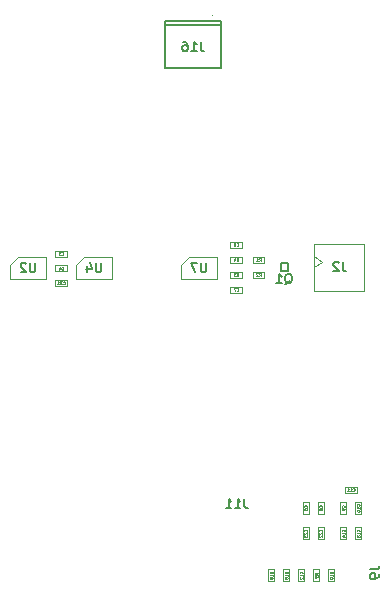
<source format=gbr>
G04 #@! TF.GenerationSoftware,KiCad,Pcbnew,(5.1.4-0-10_14)*
G04 #@! TF.CreationDate,2020-04-27T00:49:31-05:00*
G04 #@! TF.ProjectId,Lifedatalink_v1_revA,4c696665-6461-4746-916c-696e6b5f7631,rev?*
G04 #@! TF.SameCoordinates,Original*
G04 #@! TF.FileFunction,Other,Fab,Bot*
%FSLAX46Y46*%
G04 Gerber Fmt 4.6, Leading zero omitted, Abs format (unit mm)*
G04 Created by KiCad (PCBNEW (5.1.4-0-10_14)) date 2020-04-27 00:49:31*
%MOMM*%
%LPD*%
G04 APERTURE LIST*
%ADD10C,0.100000*%
%ADD11C,0.127000*%
%ADD12C,0.040000*%
%ADD13C,0.150000*%
G04 APERTURE END LIST*
D10*
X90289000Y-94619000D02*
X89289000Y-94619000D01*
X90289000Y-95119000D02*
X90289000Y-94619000D01*
X89289000Y-95119000D02*
X90289000Y-95119000D01*
X89289000Y-94619000D02*
X89289000Y-95119000D01*
X90289000Y-93349000D02*
X89289000Y-93349000D01*
X90289000Y-93849000D02*
X90289000Y-93349000D01*
X89289000Y-93849000D02*
X90289000Y-93849000D01*
X89289000Y-93349000D02*
X89289000Y-93849000D01*
X72575800Y-95830200D02*
X73575800Y-95830200D01*
X72575800Y-95330200D02*
X72575800Y-95830200D01*
X73575800Y-95330200D02*
X72575800Y-95330200D01*
X73575800Y-95830200D02*
X73575800Y-95330200D01*
D11*
X92248000Y-93863600D02*
X91648000Y-93863600D01*
X92248000Y-94553600D02*
X92248000Y-93863600D01*
X91648000Y-94553600D02*
X92248000Y-94553600D01*
X91648000Y-93863600D02*
X91648000Y-94553600D01*
D10*
X74319800Y-95210200D02*
X77419800Y-95210200D01*
X77419800Y-95210200D02*
X77419800Y-93410200D01*
X74969800Y-93410200D02*
X77419800Y-93410200D01*
X74319800Y-95210200D02*
X74319800Y-94060200D01*
X74969800Y-93410200D02*
X74319800Y-94060200D01*
X95160467Y-93760260D02*
X94453360Y-94260260D01*
X94453360Y-93260260D02*
X95160467Y-93760260D01*
X94453360Y-96260260D02*
X98703360Y-96260260D01*
X94453360Y-92260260D02*
X98703360Y-92260260D01*
X98703360Y-92260260D02*
X98703360Y-96260260D01*
X94453360Y-92260260D02*
X94453360Y-96260260D01*
X96195960Y-120822340D02*
X96195960Y-119822340D01*
X95695960Y-120822340D02*
X96195960Y-120822340D01*
X95695960Y-119822340D02*
X95695960Y-120822340D01*
X96195960Y-119822340D02*
X95695960Y-119822340D01*
X94425960Y-119822340D02*
X94425960Y-120822340D01*
X94925960Y-119822340D02*
X94425960Y-119822340D01*
X94925960Y-120822340D02*
X94925960Y-119822340D01*
X94425960Y-120822340D02*
X94925960Y-120822340D01*
X94806960Y-114107340D02*
X94806960Y-115107340D01*
X95306960Y-114107340D02*
X94806960Y-114107340D01*
X95306960Y-115107340D02*
X95306960Y-114107340D01*
X94806960Y-115107340D02*
X95306960Y-115107340D01*
X93536960Y-114107340D02*
X93536960Y-115107340D01*
X94036960Y-114107340D02*
X93536960Y-114107340D01*
X94036960Y-115107340D02*
X94036960Y-114107340D01*
X93536960Y-115107340D02*
X94036960Y-115107340D01*
X88384000Y-93349000D02*
X87384000Y-93349000D01*
X88384000Y-93849000D02*
X88384000Y-93349000D01*
X87384000Y-93849000D02*
X88384000Y-93849000D01*
X87384000Y-93349000D02*
X87384000Y-93849000D01*
X73575800Y-94085600D02*
X72575800Y-94085600D01*
X73575800Y-94585600D02*
X73575800Y-94085600D01*
X72575800Y-94585600D02*
X73575800Y-94585600D01*
X72575800Y-94085600D02*
X72575800Y-94585600D01*
X85891640Y-72921020D02*
G75*
G03X85891640Y-72921020I-50000J0D01*
G01*
D11*
X81891640Y-73371020D02*
X81891640Y-73771020D01*
X86591640Y-73371020D02*
X81891640Y-73371020D01*
X86591640Y-73771020D02*
X86591640Y-73371020D01*
X86591640Y-77371020D02*
X86591640Y-73771020D01*
X81891640Y-77371020D02*
X86591640Y-77371020D01*
X81891640Y-73771020D02*
X81891640Y-77371020D01*
X86591640Y-73771020D02*
X81891640Y-73771020D01*
D10*
X68731800Y-95210200D02*
X71831800Y-95210200D01*
X71831800Y-95210200D02*
X71831800Y-93410200D01*
X69381800Y-93410200D02*
X71831800Y-93410200D01*
X68731800Y-95210200D02*
X68731800Y-94060200D01*
X69381800Y-93410200D02*
X68731800Y-94060200D01*
X83209800Y-95210200D02*
X86309800Y-95210200D01*
X86309800Y-95210200D02*
X86309800Y-93410200D01*
X83859800Y-93410200D02*
X86309800Y-93410200D01*
X83209800Y-95210200D02*
X83209800Y-94060200D01*
X83859800Y-93410200D02*
X83209800Y-94060200D01*
X91115960Y-120822340D02*
X91115960Y-119822340D01*
X90615960Y-120822340D02*
X91115960Y-120822340D01*
X90615960Y-119822340D02*
X90615960Y-120822340D01*
X91115960Y-119822340D02*
X90615960Y-119822340D01*
X92385960Y-120822340D02*
X92385960Y-119822340D01*
X91885960Y-120822340D02*
X92385960Y-120822340D01*
X91885960Y-119822340D02*
X91885960Y-120822340D01*
X92385960Y-119822340D02*
X91885960Y-119822340D01*
X87384000Y-95119000D02*
X88384000Y-95119000D01*
X87384000Y-94619000D02*
X87384000Y-95119000D01*
X88384000Y-94619000D02*
X87384000Y-94619000D01*
X88384000Y-95119000D02*
X88384000Y-94619000D01*
X93536960Y-116266340D02*
X93536960Y-117266340D01*
X94036960Y-116266340D02*
X93536960Y-116266340D01*
X94036960Y-117266340D02*
X94036960Y-116266340D01*
X93536960Y-117266340D02*
X94036960Y-117266340D01*
X94806960Y-116266340D02*
X94806960Y-117266340D01*
X95306960Y-116266340D02*
X94806960Y-116266340D01*
X95306960Y-117266340D02*
X95306960Y-116266340D01*
X94806960Y-117266340D02*
X95306960Y-117266340D01*
X97215262Y-117268880D02*
X97215262Y-116268880D01*
X96715262Y-117268880D02*
X97215262Y-117268880D01*
X96715262Y-116268880D02*
X96715262Y-117268880D01*
X97215262Y-116268880D02*
X96715262Y-116268880D01*
X98475864Y-117268880D02*
X98475864Y-116268880D01*
X97975864Y-117268880D02*
X98475864Y-117268880D01*
X97975864Y-116268880D02*
X97975864Y-117268880D01*
X98475864Y-116268880D02*
X97975864Y-116268880D01*
X93155960Y-119822340D02*
X93155960Y-120822340D01*
X93655960Y-119822340D02*
X93155960Y-119822340D01*
X93655960Y-120822340D02*
X93655960Y-119822340D01*
X93155960Y-120822340D02*
X93655960Y-120822340D01*
X97096960Y-113333340D02*
X98096960Y-113333340D01*
X97096960Y-112833340D02*
X97096960Y-113333340D01*
X98096960Y-112833340D02*
X97096960Y-112833340D01*
X98096960Y-113333340D02*
X98096960Y-112833340D01*
X97981960Y-114107340D02*
X97981960Y-115107340D01*
X98481960Y-114107340D02*
X97981960Y-114107340D01*
X98481960Y-115107340D02*
X98481960Y-114107340D01*
X97981960Y-115107340D02*
X98481960Y-115107340D01*
X96711960Y-114107340D02*
X96711960Y-115107340D01*
X97211960Y-114107340D02*
X96711960Y-114107340D01*
X97211960Y-115107340D02*
X97211960Y-114107340D01*
X96711960Y-115107340D02*
X97211960Y-115107340D01*
X88384000Y-95889000D02*
X87384000Y-95889000D01*
X88384000Y-96389000D02*
X88384000Y-95889000D01*
X87384000Y-96389000D02*
X88384000Y-96389000D01*
X87384000Y-95889000D02*
X87384000Y-96389000D01*
X88384000Y-92079000D02*
X87384000Y-92079000D01*
X88384000Y-92579000D02*
X88384000Y-92079000D01*
X87384000Y-92579000D02*
X88384000Y-92579000D01*
X87384000Y-92079000D02*
X87384000Y-92579000D01*
X72575800Y-93341000D02*
X73575800Y-93341000D01*
X72575800Y-92841000D02*
X72575800Y-93341000D01*
X73575800Y-92841000D02*
X72575800Y-92841000D01*
X73575800Y-93341000D02*
X73575800Y-92841000D01*
D12*
X89830666Y-94982095D02*
X89914000Y-94863047D01*
X89973523Y-94982095D02*
X89973523Y-94732095D01*
X89878285Y-94732095D01*
X89854476Y-94744000D01*
X89842571Y-94755904D01*
X89830666Y-94779714D01*
X89830666Y-94815428D01*
X89842571Y-94839238D01*
X89854476Y-94851142D01*
X89878285Y-94863047D01*
X89973523Y-94863047D01*
X89735428Y-94755904D02*
X89723523Y-94744000D01*
X89699714Y-94732095D01*
X89640190Y-94732095D01*
X89616380Y-94744000D01*
X89604476Y-94755904D01*
X89592571Y-94779714D01*
X89592571Y-94803523D01*
X89604476Y-94839238D01*
X89747333Y-94982095D01*
X89592571Y-94982095D01*
X89830666Y-93712095D02*
X89914000Y-93593047D01*
X89973523Y-93712095D02*
X89973523Y-93462095D01*
X89878285Y-93462095D01*
X89854476Y-93474000D01*
X89842571Y-93485904D01*
X89830666Y-93509714D01*
X89830666Y-93545428D01*
X89842571Y-93569238D01*
X89854476Y-93581142D01*
X89878285Y-93593047D01*
X89973523Y-93593047D01*
X89592571Y-93712095D02*
X89735428Y-93712095D01*
X89664000Y-93712095D02*
X89664000Y-93462095D01*
X89687809Y-93497809D01*
X89711619Y-93521619D01*
X89735428Y-93533523D01*
X73236514Y-95669485D02*
X73248419Y-95681390D01*
X73284133Y-95693295D01*
X73307942Y-95693295D01*
X73343657Y-95681390D01*
X73367466Y-95657580D01*
X73379371Y-95633771D01*
X73391276Y-95586152D01*
X73391276Y-95550438D01*
X73379371Y-95502819D01*
X73367466Y-95479009D01*
X73343657Y-95455200D01*
X73307942Y-95443295D01*
X73284133Y-95443295D01*
X73248419Y-95455200D01*
X73236514Y-95467104D01*
X73153180Y-95443295D02*
X72998419Y-95443295D01*
X73081752Y-95538533D01*
X73046038Y-95538533D01*
X73022228Y-95550438D01*
X73010323Y-95562342D01*
X72998419Y-95586152D01*
X72998419Y-95645676D01*
X73010323Y-95669485D01*
X73022228Y-95681390D01*
X73046038Y-95693295D01*
X73117466Y-95693295D01*
X73141276Y-95681390D01*
X73153180Y-95669485D01*
X72760323Y-95693295D02*
X72903180Y-95693295D01*
X72831752Y-95693295D02*
X72831752Y-95443295D01*
X72855561Y-95479009D01*
X72879371Y-95502819D01*
X72903180Y-95514723D01*
D13*
X92024190Y-95688095D02*
X92100380Y-95650000D01*
X92176571Y-95573809D01*
X92290857Y-95459523D01*
X92367047Y-95421428D01*
X92443238Y-95421428D01*
X92405142Y-95611904D02*
X92481333Y-95573809D01*
X92557523Y-95497619D01*
X92595619Y-95345238D01*
X92595619Y-95078571D01*
X92557523Y-94926190D01*
X92481333Y-94850000D01*
X92405142Y-94811904D01*
X92252761Y-94811904D01*
X92176571Y-94850000D01*
X92100380Y-94926190D01*
X92062285Y-95078571D01*
X92062285Y-95345238D01*
X92100380Y-95497619D01*
X92176571Y-95573809D01*
X92252761Y-95611904D01*
X92405142Y-95611904D01*
X91300380Y-95611904D02*
X91757523Y-95611904D01*
X91528952Y-95611904D02*
X91528952Y-94811904D01*
X91605142Y-94926190D01*
X91681333Y-95002380D01*
X91757523Y-95040476D01*
X76479323Y-93872104D02*
X76479323Y-94519723D01*
X76441228Y-94595914D01*
X76403133Y-94634009D01*
X76326942Y-94672104D01*
X76174561Y-94672104D01*
X76098371Y-94634009D01*
X76060276Y-94595914D01*
X76022180Y-94519723D01*
X76022180Y-93872104D01*
X75298371Y-94138771D02*
X75298371Y-94672104D01*
X75488847Y-93834009D02*
X75679323Y-94405438D01*
X75184085Y-94405438D01*
X96913666Y-93795904D02*
X96913666Y-94367333D01*
X96951761Y-94481619D01*
X97027952Y-94557809D01*
X97142238Y-94595904D01*
X97218428Y-94595904D01*
X96570809Y-93872095D02*
X96532714Y-93834000D01*
X96456523Y-93795904D01*
X96266047Y-93795904D01*
X96189857Y-93834000D01*
X96151761Y-93872095D01*
X96113666Y-93948285D01*
X96113666Y-94024476D01*
X96151761Y-94138761D01*
X96608904Y-94595904D01*
X96113666Y-94595904D01*
D12*
X96059055Y-120161625D02*
X95940007Y-120078292D01*
X96059055Y-120018768D02*
X95809055Y-120018768D01*
X95809055Y-120114006D01*
X95820960Y-120137816D01*
X95832864Y-120149720D01*
X95856674Y-120161625D01*
X95892388Y-120161625D01*
X95916198Y-120149720D01*
X95928102Y-120137816D01*
X95940007Y-120114006D01*
X95940007Y-120018768D01*
X96059055Y-120399720D02*
X96059055Y-120256863D01*
X96059055Y-120328292D02*
X95809055Y-120328292D01*
X95844769Y-120304482D01*
X95868579Y-120280673D01*
X95880483Y-120256863D01*
X95809055Y-120554482D02*
X95809055Y-120578292D01*
X95820960Y-120602101D01*
X95832864Y-120614006D01*
X95856674Y-120625911D01*
X95904293Y-120637816D01*
X95963817Y-120637816D01*
X96011436Y-120625911D01*
X96035245Y-120614006D01*
X96047150Y-120602101D01*
X96059055Y-120578292D01*
X96059055Y-120554482D01*
X96047150Y-120530673D01*
X96035245Y-120518768D01*
X96011436Y-120506863D01*
X95963817Y-120494959D01*
X95904293Y-120494959D01*
X95856674Y-120506863D01*
X95832864Y-120518768D01*
X95820960Y-120530673D01*
X95809055Y-120554482D01*
X94789055Y-120280673D02*
X94670007Y-120197340D01*
X94789055Y-120137816D02*
X94539055Y-120137816D01*
X94539055Y-120233054D01*
X94550960Y-120256863D01*
X94562864Y-120268768D01*
X94586674Y-120280673D01*
X94622388Y-120280673D01*
X94646198Y-120268768D01*
X94658102Y-120256863D01*
X94670007Y-120233054D01*
X94670007Y-120137816D01*
X94789055Y-120399720D02*
X94789055Y-120447340D01*
X94777150Y-120471149D01*
X94765245Y-120483054D01*
X94729531Y-120506863D01*
X94681912Y-120518768D01*
X94586674Y-120518768D01*
X94562864Y-120506863D01*
X94550960Y-120494959D01*
X94539055Y-120471149D01*
X94539055Y-120423530D01*
X94550960Y-120399720D01*
X94562864Y-120387816D01*
X94586674Y-120375911D01*
X94646198Y-120375911D01*
X94670007Y-120387816D01*
X94681912Y-120399720D01*
X94693817Y-120423530D01*
X94693817Y-120471149D01*
X94681912Y-120494959D01*
X94670007Y-120506863D01*
X94646198Y-120518768D01*
X95146245Y-114565673D02*
X95158150Y-114553768D01*
X95170055Y-114518054D01*
X95170055Y-114494244D01*
X95158150Y-114458530D01*
X95134340Y-114434720D01*
X95110531Y-114422816D01*
X95062912Y-114410911D01*
X95027198Y-114410911D01*
X94979579Y-114422816D01*
X94955769Y-114434720D01*
X94931960Y-114458530D01*
X94920055Y-114494244D01*
X94920055Y-114518054D01*
X94931960Y-114553768D01*
X94943864Y-114565673D01*
X95027198Y-114708530D02*
X95015293Y-114684720D01*
X95003388Y-114672816D01*
X94979579Y-114660911D01*
X94967674Y-114660911D01*
X94943864Y-114672816D01*
X94931960Y-114684720D01*
X94920055Y-114708530D01*
X94920055Y-114756149D01*
X94931960Y-114779959D01*
X94943864Y-114791863D01*
X94967674Y-114803768D01*
X94979579Y-114803768D01*
X95003388Y-114791863D01*
X95015293Y-114779959D01*
X95027198Y-114756149D01*
X95027198Y-114708530D01*
X95039102Y-114684720D01*
X95051007Y-114672816D01*
X95074817Y-114660911D01*
X95122436Y-114660911D01*
X95146245Y-114672816D01*
X95158150Y-114684720D01*
X95170055Y-114708530D01*
X95170055Y-114756149D01*
X95158150Y-114779959D01*
X95146245Y-114791863D01*
X95122436Y-114803768D01*
X95074817Y-114803768D01*
X95051007Y-114791863D01*
X95039102Y-114779959D01*
X95027198Y-114756149D01*
X93876245Y-114565673D02*
X93888150Y-114553768D01*
X93900055Y-114518054D01*
X93900055Y-114494244D01*
X93888150Y-114458530D01*
X93864340Y-114434720D01*
X93840531Y-114422816D01*
X93792912Y-114410911D01*
X93757198Y-114410911D01*
X93709579Y-114422816D01*
X93685769Y-114434720D01*
X93661960Y-114458530D01*
X93650055Y-114494244D01*
X93650055Y-114518054D01*
X93661960Y-114553768D01*
X93673864Y-114565673D01*
X93650055Y-114791863D02*
X93650055Y-114672816D01*
X93769102Y-114660911D01*
X93757198Y-114672816D01*
X93745293Y-114696625D01*
X93745293Y-114756149D01*
X93757198Y-114779959D01*
X93769102Y-114791863D01*
X93792912Y-114803768D01*
X93852436Y-114803768D01*
X93876245Y-114791863D01*
X93888150Y-114779959D01*
X93900055Y-114756149D01*
X93900055Y-114696625D01*
X93888150Y-114672816D01*
X93876245Y-114660911D01*
X87925666Y-93712095D02*
X88009000Y-93593047D01*
X88068523Y-93712095D02*
X88068523Y-93462095D01*
X87973285Y-93462095D01*
X87949476Y-93474000D01*
X87937571Y-93485904D01*
X87925666Y-93509714D01*
X87925666Y-93545428D01*
X87937571Y-93569238D01*
X87949476Y-93581142D01*
X87973285Y-93593047D01*
X88068523Y-93593047D01*
X87711380Y-93545428D02*
X87711380Y-93712095D01*
X87770904Y-93450190D02*
X87830428Y-93628761D01*
X87675666Y-93628761D01*
X73117466Y-94424885D02*
X73129371Y-94436790D01*
X73165085Y-94448695D01*
X73188895Y-94448695D01*
X73224609Y-94436790D01*
X73248419Y-94412980D01*
X73260323Y-94389171D01*
X73272228Y-94341552D01*
X73272228Y-94305838D01*
X73260323Y-94258219D01*
X73248419Y-94234409D01*
X73224609Y-94210600D01*
X73188895Y-94198695D01*
X73165085Y-94198695D01*
X73129371Y-94210600D01*
X73117466Y-94222504D01*
X72903180Y-94282028D02*
X72903180Y-94448695D01*
X72962704Y-94186790D02*
X73022228Y-94365361D01*
X72867466Y-94365361D01*
D13*
X88592579Y-113861904D02*
X88592579Y-114433333D01*
X88630674Y-114547619D01*
X88706864Y-114623809D01*
X88821150Y-114661904D01*
X88897340Y-114661904D01*
X87792579Y-114661904D02*
X88249721Y-114661904D01*
X88021150Y-114661904D02*
X88021150Y-113861904D01*
X88097340Y-113976190D01*
X88173531Y-114052380D01*
X88249721Y-114090476D01*
X87030674Y-114661904D02*
X87487817Y-114661904D01*
X87259245Y-114661904D02*
X87259245Y-113861904D01*
X87335436Y-113976190D01*
X87411626Y-114052380D01*
X87487817Y-114090476D01*
X84889259Y-75126904D02*
X84889259Y-75698333D01*
X84927354Y-75812619D01*
X85003544Y-75888809D01*
X85117830Y-75926904D01*
X85194020Y-75926904D01*
X84089259Y-75926904D02*
X84546401Y-75926904D01*
X84317830Y-75926904D02*
X84317830Y-75126904D01*
X84394020Y-75241190D01*
X84470211Y-75317380D01*
X84546401Y-75355476D01*
X83403544Y-75126904D02*
X83555925Y-75126904D01*
X83632116Y-75165000D01*
X83670211Y-75203095D01*
X83746401Y-75317380D01*
X83784497Y-75469761D01*
X83784497Y-75774523D01*
X83746401Y-75850714D01*
X83708306Y-75888809D01*
X83632116Y-75926904D01*
X83479735Y-75926904D01*
X83403544Y-75888809D01*
X83365449Y-75850714D01*
X83327354Y-75774523D01*
X83327354Y-75584047D01*
X83365449Y-75507857D01*
X83403544Y-75469761D01*
X83479735Y-75431666D01*
X83632116Y-75431666D01*
X83708306Y-75469761D01*
X83746401Y-75507857D01*
X83784497Y-75584047D01*
X99190864Y-119801673D02*
X99762293Y-119801673D01*
X99876579Y-119763578D01*
X99952769Y-119687387D01*
X99990864Y-119573101D01*
X99990864Y-119496911D01*
X99990864Y-120220720D02*
X99990864Y-120373101D01*
X99952769Y-120449292D01*
X99914674Y-120487387D01*
X99800388Y-120563578D01*
X99648007Y-120601673D01*
X99343245Y-120601673D01*
X99267055Y-120563578D01*
X99228960Y-120525482D01*
X99190864Y-120449292D01*
X99190864Y-120296911D01*
X99228960Y-120220720D01*
X99267055Y-120182625D01*
X99343245Y-120144530D01*
X99533721Y-120144530D01*
X99609912Y-120182625D01*
X99648007Y-120220720D01*
X99686102Y-120296911D01*
X99686102Y-120449292D01*
X99648007Y-120525482D01*
X99609912Y-120563578D01*
X99533721Y-120601673D01*
X70891323Y-93872104D02*
X70891323Y-94519723D01*
X70853228Y-94595914D01*
X70815133Y-94634009D01*
X70738942Y-94672104D01*
X70586561Y-94672104D01*
X70510371Y-94634009D01*
X70472276Y-94595914D01*
X70434180Y-94519723D01*
X70434180Y-93872104D01*
X70091323Y-93948295D02*
X70053228Y-93910200D01*
X69977038Y-93872104D01*
X69786561Y-93872104D01*
X69710371Y-93910200D01*
X69672276Y-93948295D01*
X69634180Y-94024485D01*
X69634180Y-94100676D01*
X69672276Y-94214961D01*
X70129419Y-94672104D01*
X69634180Y-94672104D01*
X85369323Y-93872104D02*
X85369323Y-94519723D01*
X85331228Y-94595914D01*
X85293133Y-94634009D01*
X85216942Y-94672104D01*
X85064561Y-94672104D01*
X84988371Y-94634009D01*
X84950276Y-94595914D01*
X84912180Y-94519723D01*
X84912180Y-93872104D01*
X84607419Y-93872104D02*
X84074085Y-93872104D01*
X84416942Y-94672104D01*
D12*
X90979055Y-120161625D02*
X90860007Y-120078292D01*
X90979055Y-120018768D02*
X90729055Y-120018768D01*
X90729055Y-120114006D01*
X90740960Y-120137816D01*
X90752864Y-120149720D01*
X90776674Y-120161625D01*
X90812388Y-120161625D01*
X90836198Y-120149720D01*
X90848102Y-120137816D01*
X90860007Y-120114006D01*
X90860007Y-120018768D01*
X90979055Y-120399720D02*
X90979055Y-120256863D01*
X90979055Y-120328292D02*
X90729055Y-120328292D01*
X90764769Y-120304482D01*
X90788579Y-120280673D01*
X90800483Y-120256863D01*
X90729055Y-120614006D02*
X90729055Y-120566387D01*
X90740960Y-120542578D01*
X90752864Y-120530673D01*
X90788579Y-120506863D01*
X90836198Y-120494959D01*
X90931436Y-120494959D01*
X90955245Y-120506863D01*
X90967150Y-120518768D01*
X90979055Y-120542578D01*
X90979055Y-120590197D01*
X90967150Y-120614006D01*
X90955245Y-120625911D01*
X90931436Y-120637816D01*
X90871912Y-120637816D01*
X90848102Y-120625911D01*
X90836198Y-120614006D01*
X90824293Y-120590197D01*
X90824293Y-120542578D01*
X90836198Y-120518768D01*
X90848102Y-120506863D01*
X90871912Y-120494959D01*
X92249055Y-120161625D02*
X92130007Y-120078292D01*
X92249055Y-120018768D02*
X91999055Y-120018768D01*
X91999055Y-120114006D01*
X92010960Y-120137816D01*
X92022864Y-120149720D01*
X92046674Y-120161625D01*
X92082388Y-120161625D01*
X92106198Y-120149720D01*
X92118102Y-120137816D01*
X92130007Y-120114006D01*
X92130007Y-120018768D01*
X92249055Y-120399720D02*
X92249055Y-120256863D01*
X92249055Y-120328292D02*
X91999055Y-120328292D01*
X92034769Y-120304482D01*
X92058579Y-120280673D01*
X92070483Y-120256863D01*
X91999055Y-120625911D02*
X91999055Y-120506863D01*
X92118102Y-120494959D01*
X92106198Y-120506863D01*
X92094293Y-120530673D01*
X92094293Y-120590197D01*
X92106198Y-120614006D01*
X92118102Y-120625911D01*
X92141912Y-120637816D01*
X92201436Y-120637816D01*
X92225245Y-120625911D01*
X92237150Y-120614006D01*
X92249055Y-120590197D01*
X92249055Y-120530673D01*
X92237150Y-120506863D01*
X92225245Y-120494959D01*
X87925666Y-94982095D02*
X88009000Y-94863047D01*
X88068523Y-94982095D02*
X88068523Y-94732095D01*
X87973285Y-94732095D01*
X87949476Y-94744000D01*
X87937571Y-94755904D01*
X87925666Y-94779714D01*
X87925666Y-94815428D01*
X87937571Y-94839238D01*
X87949476Y-94851142D01*
X87973285Y-94863047D01*
X88068523Y-94863047D01*
X87842333Y-94732095D02*
X87687571Y-94732095D01*
X87770904Y-94827333D01*
X87735190Y-94827333D01*
X87711380Y-94839238D01*
X87699476Y-94851142D01*
X87687571Y-94874952D01*
X87687571Y-94934476D01*
X87699476Y-94958285D01*
X87711380Y-94970190D01*
X87735190Y-94982095D01*
X87806619Y-94982095D01*
X87830428Y-94970190D01*
X87842333Y-94958285D01*
X93876245Y-116605625D02*
X93888150Y-116593720D01*
X93900055Y-116558006D01*
X93900055Y-116534197D01*
X93888150Y-116498482D01*
X93864340Y-116474673D01*
X93840531Y-116462768D01*
X93792912Y-116450863D01*
X93757198Y-116450863D01*
X93709579Y-116462768D01*
X93685769Y-116474673D01*
X93661960Y-116498482D01*
X93650055Y-116534197D01*
X93650055Y-116558006D01*
X93661960Y-116593720D01*
X93673864Y-116605625D01*
X93673864Y-116700863D02*
X93661960Y-116712768D01*
X93650055Y-116736578D01*
X93650055Y-116796101D01*
X93661960Y-116819911D01*
X93673864Y-116831816D01*
X93697674Y-116843720D01*
X93721483Y-116843720D01*
X93757198Y-116831816D01*
X93900055Y-116688959D01*
X93900055Y-116843720D01*
X93650055Y-116927054D02*
X93650055Y-117081816D01*
X93745293Y-116998482D01*
X93745293Y-117034197D01*
X93757198Y-117058006D01*
X93769102Y-117069911D01*
X93792912Y-117081816D01*
X93852436Y-117081816D01*
X93876245Y-117069911D01*
X93888150Y-117058006D01*
X93900055Y-117034197D01*
X93900055Y-116962768D01*
X93888150Y-116938959D01*
X93876245Y-116927054D01*
X95146245Y-116605625D02*
X95158150Y-116593720D01*
X95170055Y-116558006D01*
X95170055Y-116534197D01*
X95158150Y-116498482D01*
X95134340Y-116474673D01*
X95110531Y-116462768D01*
X95062912Y-116450863D01*
X95027198Y-116450863D01*
X94979579Y-116462768D01*
X94955769Y-116474673D01*
X94931960Y-116498482D01*
X94920055Y-116534197D01*
X94920055Y-116558006D01*
X94931960Y-116593720D01*
X94943864Y-116605625D01*
X94943864Y-116700863D02*
X94931960Y-116712768D01*
X94920055Y-116736578D01*
X94920055Y-116796101D01*
X94931960Y-116819911D01*
X94943864Y-116831816D01*
X94967674Y-116843720D01*
X94991483Y-116843720D01*
X95027198Y-116831816D01*
X95170055Y-116688959D01*
X95170055Y-116843720D01*
X94943864Y-116938959D02*
X94931960Y-116950863D01*
X94920055Y-116974673D01*
X94920055Y-117034197D01*
X94931960Y-117058006D01*
X94943864Y-117069911D01*
X94967674Y-117081816D01*
X94991483Y-117081816D01*
X95027198Y-117069911D01*
X95170055Y-116927054D01*
X95170055Y-117081816D01*
X97054547Y-116608165D02*
X97066452Y-116596260D01*
X97078357Y-116560546D01*
X97078357Y-116536737D01*
X97066452Y-116501022D01*
X97042642Y-116477213D01*
X97018833Y-116465308D01*
X96971214Y-116453403D01*
X96935500Y-116453403D01*
X96887881Y-116465308D01*
X96864071Y-116477213D01*
X96840262Y-116501022D01*
X96828357Y-116536737D01*
X96828357Y-116560546D01*
X96840262Y-116596260D01*
X96852166Y-116608165D01*
X97078357Y-116846260D02*
X97078357Y-116703403D01*
X97078357Y-116774832D02*
X96828357Y-116774832D01*
X96864071Y-116751022D01*
X96887881Y-116727213D01*
X96899785Y-116703403D01*
X96911690Y-117060546D02*
X97078357Y-117060546D01*
X96816452Y-117001022D02*
X96995023Y-116941499D01*
X96995023Y-117096260D01*
X98315149Y-116608165D02*
X98327054Y-116596260D01*
X98338959Y-116560546D01*
X98338959Y-116536737D01*
X98327054Y-116501022D01*
X98303244Y-116477213D01*
X98279435Y-116465308D01*
X98231816Y-116453403D01*
X98196102Y-116453403D01*
X98148483Y-116465308D01*
X98124673Y-116477213D01*
X98100864Y-116501022D01*
X98088959Y-116536737D01*
X98088959Y-116560546D01*
X98100864Y-116596260D01*
X98112768Y-116608165D01*
X98338959Y-116846260D02*
X98338959Y-116703403D01*
X98338959Y-116774832D02*
X98088959Y-116774832D01*
X98124673Y-116751022D01*
X98148483Y-116727213D01*
X98160387Y-116703403D01*
X98088959Y-116929594D02*
X98088959Y-117084356D01*
X98184197Y-117001022D01*
X98184197Y-117036737D01*
X98196102Y-117060546D01*
X98208006Y-117072451D01*
X98231816Y-117084356D01*
X98291340Y-117084356D01*
X98315149Y-117072451D01*
X98327054Y-117060546D01*
X98338959Y-117036737D01*
X98338959Y-116965308D01*
X98327054Y-116941499D01*
X98315149Y-116929594D01*
X93495245Y-120161625D02*
X93507150Y-120149720D01*
X93519055Y-120114006D01*
X93519055Y-120090197D01*
X93507150Y-120054482D01*
X93483340Y-120030673D01*
X93459531Y-120018768D01*
X93411912Y-120006863D01*
X93376198Y-120006863D01*
X93328579Y-120018768D01*
X93304769Y-120030673D01*
X93280960Y-120054482D01*
X93269055Y-120090197D01*
X93269055Y-120114006D01*
X93280960Y-120149720D01*
X93292864Y-120161625D01*
X93519055Y-120399720D02*
X93519055Y-120256863D01*
X93519055Y-120328292D02*
X93269055Y-120328292D01*
X93304769Y-120304482D01*
X93328579Y-120280673D01*
X93340483Y-120256863D01*
X93292864Y-120494959D02*
X93280960Y-120506863D01*
X93269055Y-120530673D01*
X93269055Y-120590197D01*
X93280960Y-120614006D01*
X93292864Y-120625911D01*
X93316674Y-120637816D01*
X93340483Y-120637816D01*
X93376198Y-120625911D01*
X93519055Y-120483054D01*
X93519055Y-120637816D01*
X97757674Y-113172625D02*
X97769579Y-113184530D01*
X97805293Y-113196435D01*
X97829102Y-113196435D01*
X97864817Y-113184530D01*
X97888626Y-113160720D01*
X97900531Y-113136911D01*
X97912436Y-113089292D01*
X97912436Y-113053578D01*
X97900531Y-113005959D01*
X97888626Y-112982149D01*
X97864817Y-112958340D01*
X97829102Y-112946435D01*
X97805293Y-112946435D01*
X97769579Y-112958340D01*
X97757674Y-112970244D01*
X97519579Y-113196435D02*
X97662436Y-113196435D01*
X97591007Y-113196435D02*
X97591007Y-112946435D01*
X97614817Y-112982149D01*
X97638626Y-113005959D01*
X97662436Y-113017863D01*
X97281483Y-113196435D02*
X97424340Y-113196435D01*
X97352912Y-113196435D02*
X97352912Y-112946435D01*
X97376721Y-112982149D01*
X97400531Y-113005959D01*
X97424340Y-113017863D01*
X98321245Y-114446625D02*
X98333150Y-114434720D01*
X98345055Y-114399006D01*
X98345055Y-114375197D01*
X98333150Y-114339482D01*
X98309340Y-114315673D01*
X98285531Y-114303768D01*
X98237912Y-114291863D01*
X98202198Y-114291863D01*
X98154579Y-114303768D01*
X98130769Y-114315673D01*
X98106960Y-114339482D01*
X98095055Y-114375197D01*
X98095055Y-114399006D01*
X98106960Y-114434720D01*
X98118864Y-114446625D01*
X98345055Y-114684720D02*
X98345055Y-114541863D01*
X98345055Y-114613292D02*
X98095055Y-114613292D01*
X98130769Y-114589482D01*
X98154579Y-114565673D01*
X98166483Y-114541863D01*
X98095055Y-114839482D02*
X98095055Y-114863292D01*
X98106960Y-114887101D01*
X98118864Y-114899006D01*
X98142674Y-114910911D01*
X98190293Y-114922816D01*
X98249817Y-114922816D01*
X98297436Y-114910911D01*
X98321245Y-114899006D01*
X98333150Y-114887101D01*
X98345055Y-114863292D01*
X98345055Y-114839482D01*
X98333150Y-114815673D01*
X98321245Y-114803768D01*
X98297436Y-114791863D01*
X98249817Y-114779959D01*
X98190293Y-114779959D01*
X98142674Y-114791863D01*
X98118864Y-114803768D01*
X98106960Y-114815673D01*
X98095055Y-114839482D01*
X97051245Y-114565673D02*
X97063150Y-114553768D01*
X97075055Y-114518054D01*
X97075055Y-114494244D01*
X97063150Y-114458530D01*
X97039340Y-114434720D01*
X97015531Y-114422816D01*
X96967912Y-114410911D01*
X96932198Y-114410911D01*
X96884579Y-114422816D01*
X96860769Y-114434720D01*
X96836960Y-114458530D01*
X96825055Y-114494244D01*
X96825055Y-114518054D01*
X96836960Y-114553768D01*
X96848864Y-114565673D01*
X97075055Y-114684720D02*
X97075055Y-114732340D01*
X97063150Y-114756149D01*
X97051245Y-114768054D01*
X97015531Y-114791863D01*
X96967912Y-114803768D01*
X96872674Y-114803768D01*
X96848864Y-114791863D01*
X96836960Y-114779959D01*
X96825055Y-114756149D01*
X96825055Y-114708530D01*
X96836960Y-114684720D01*
X96848864Y-114672816D01*
X96872674Y-114660911D01*
X96932198Y-114660911D01*
X96956007Y-114672816D01*
X96967912Y-114684720D01*
X96979817Y-114708530D01*
X96979817Y-114756149D01*
X96967912Y-114779959D01*
X96956007Y-114791863D01*
X96932198Y-114803768D01*
X87925666Y-96228285D02*
X87937571Y-96240190D01*
X87973285Y-96252095D01*
X87997095Y-96252095D01*
X88032809Y-96240190D01*
X88056619Y-96216380D01*
X88068523Y-96192571D01*
X88080428Y-96144952D01*
X88080428Y-96109238D01*
X88068523Y-96061619D01*
X88056619Y-96037809D01*
X88032809Y-96014000D01*
X87997095Y-96002095D01*
X87973285Y-96002095D01*
X87937571Y-96014000D01*
X87925666Y-96025904D01*
X87842333Y-96002095D02*
X87675666Y-96002095D01*
X87782809Y-96252095D01*
X87925666Y-92418285D02*
X87937571Y-92430190D01*
X87973285Y-92442095D01*
X87997095Y-92442095D01*
X88032809Y-92430190D01*
X88056619Y-92406380D01*
X88068523Y-92382571D01*
X88080428Y-92334952D01*
X88080428Y-92299238D01*
X88068523Y-92251619D01*
X88056619Y-92227809D01*
X88032809Y-92204000D01*
X87997095Y-92192095D01*
X87973285Y-92192095D01*
X87937571Y-92204000D01*
X87925666Y-92215904D01*
X87711380Y-92192095D02*
X87759000Y-92192095D01*
X87782809Y-92204000D01*
X87794714Y-92215904D01*
X87818523Y-92251619D01*
X87830428Y-92299238D01*
X87830428Y-92394476D01*
X87818523Y-92418285D01*
X87806619Y-92430190D01*
X87782809Y-92442095D01*
X87735190Y-92442095D01*
X87711380Y-92430190D01*
X87699476Y-92418285D01*
X87687571Y-92394476D01*
X87687571Y-92334952D01*
X87699476Y-92311142D01*
X87711380Y-92299238D01*
X87735190Y-92287333D01*
X87782809Y-92287333D01*
X87806619Y-92299238D01*
X87818523Y-92311142D01*
X87830428Y-92334952D01*
X73117466Y-93180285D02*
X73129371Y-93192190D01*
X73165085Y-93204095D01*
X73188895Y-93204095D01*
X73224609Y-93192190D01*
X73248419Y-93168380D01*
X73260323Y-93144571D01*
X73272228Y-93096952D01*
X73272228Y-93061238D01*
X73260323Y-93013619D01*
X73248419Y-92989809D01*
X73224609Y-92966000D01*
X73188895Y-92954095D01*
X73165085Y-92954095D01*
X73129371Y-92966000D01*
X73117466Y-92977904D01*
X73034133Y-92954095D02*
X72879371Y-92954095D01*
X72962704Y-93049333D01*
X72926990Y-93049333D01*
X72903180Y-93061238D01*
X72891276Y-93073142D01*
X72879371Y-93096952D01*
X72879371Y-93156476D01*
X72891276Y-93180285D01*
X72903180Y-93192190D01*
X72926990Y-93204095D01*
X72998419Y-93204095D01*
X73022228Y-93192190D01*
X73034133Y-93180285D01*
M02*

</source>
